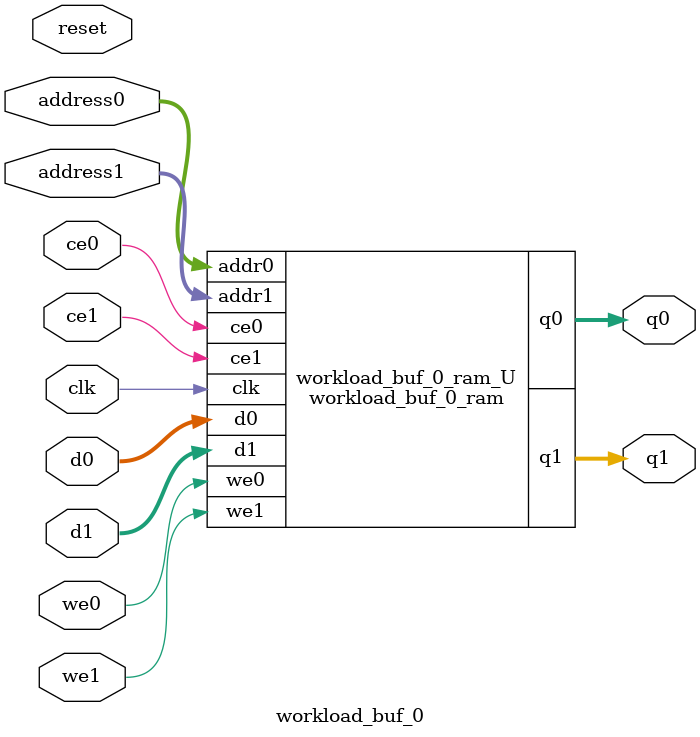
<source format=v>

`timescale 1 ns / 1 ps
module workload_buf_0_ram (addr0, ce0, d0, we0, q0, addr1, ce1, d1, we1, q1,  clk);

parameter DWIDTH = 8;
parameter AWIDTH = 12;
parameter MEM_SIZE = 4096;

input[AWIDTH-1:0] addr0;
input ce0;
input[DWIDTH-1:0] d0;
input we0;
output reg[DWIDTH-1:0] q0;
input[AWIDTH-1:0] addr1;
input ce1;
input[DWIDTH-1:0] d1;
input we1;
output reg[DWIDTH-1:0] q1;
input clk;

(* ram_style = "block" *)reg [DWIDTH-1:0] ram[MEM_SIZE-1:0];




always @(posedge clk)  
begin 
    if (ce0) 
    begin
        if (we0) 
        begin 
            ram[addr0] <= d0; 
            q0 <= d0;
        end 
        else 
            q0 <= ram[addr0];
    end
end


always @(posedge clk)  
begin 
    if (ce1) 
    begin
        if (we1) 
        begin 
            ram[addr1] <= d1; 
            q1 <= d1;
        end 
        else 
            q1 <= ram[addr1];
    end
end


endmodule


`timescale 1 ns / 1 ps
module workload_buf_0(
    reset,
    clk,
    address0,
    ce0,
    we0,
    d0,
    q0,
    address1,
    ce1,
    we1,
    d1,
    q1);

parameter DataWidth = 32'd8;
parameter AddressRange = 32'd4096;
parameter AddressWidth = 32'd12;
input reset;
input clk;
input[AddressWidth - 1:0] address0;
input ce0;
input we0;
input[DataWidth - 1:0] d0;
output[DataWidth - 1:0] q0;
input[AddressWidth - 1:0] address1;
input ce1;
input we1;
input[DataWidth - 1:0] d1;
output[DataWidth - 1:0] q1;



workload_buf_0_ram workload_buf_0_ram_U(
    .clk( clk ),
    .addr0( address0 ),
    .ce0( ce0 ),
    .d0( d0 ),
    .we0( we0 ),
    .q0( q0 ),
    .addr1( address1 ),
    .ce1( ce1 ),
    .d1( d1 ),
    .we1( we1 ),
    .q1( q1 ));

endmodule


</source>
